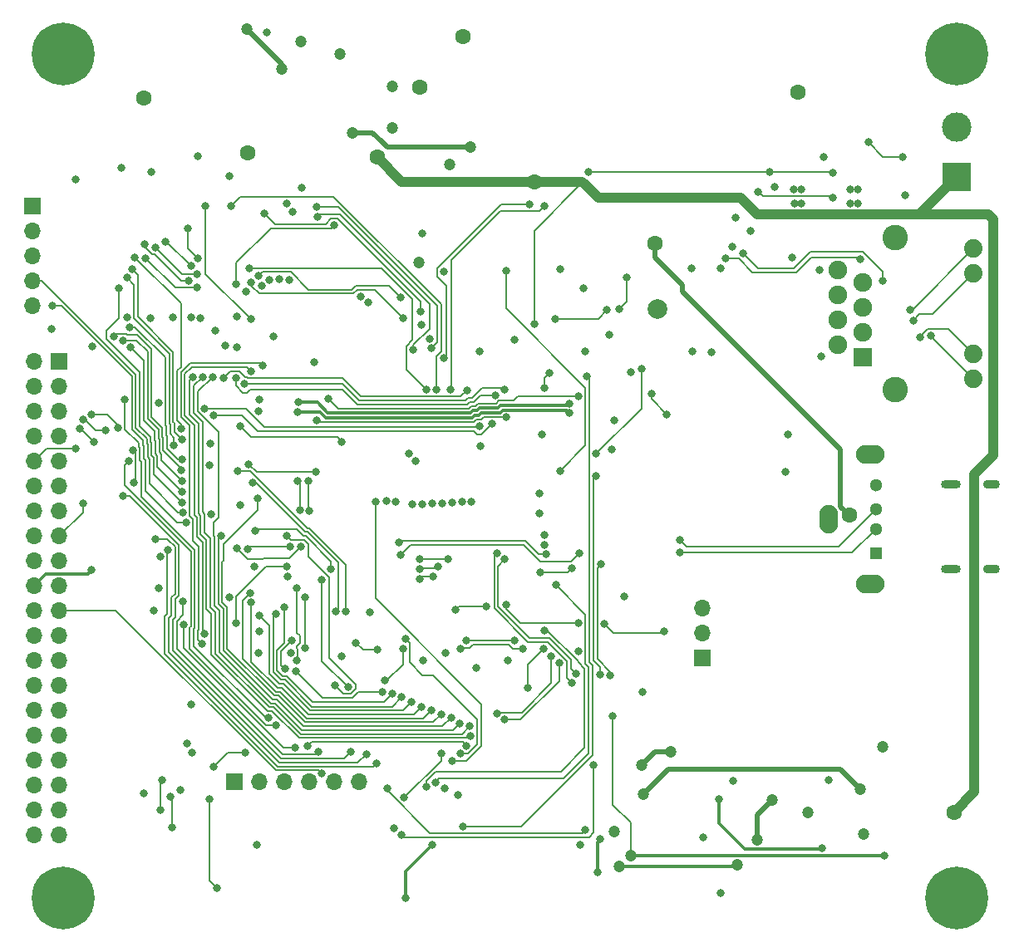
<source format=gbr>
%TF.GenerationSoftware,KiCad,Pcbnew,(5.99.0-9568-gb9d26a55f2)*%
%TF.CreationDate,2021-03-23T11:45:26+01:00*%
%TF.ProjectId,Controller,436f6e74-726f-46c6-9c65-722e6b696361,rev?*%
%TF.SameCoordinates,Original*%
%TF.FileFunction,Copper,L4,Bot*%
%TF.FilePolarity,Positive*%
%FSLAX46Y46*%
G04 Gerber Fmt 4.6, Leading zero omitted, Abs format (unit mm)*
G04 Created by KiCad (PCBNEW (5.99.0-9568-gb9d26a55f2)) date 2021-03-23 11:45:26*
%MOMM*%
%LPD*%
G01*
G04 APERTURE LIST*
%TA.AperFunction,ComponentPad*%
%ADD10C,6.400000*%
%TD*%
%TA.AperFunction,ComponentPad*%
%ADD11R,1.700000X1.700000*%
%TD*%
%TA.AperFunction,ComponentPad*%
%ADD12O,1.700000X1.700000*%
%TD*%
%TA.AperFunction,ComponentPad*%
%ADD13R,1.300000X1.300000*%
%TD*%
%TA.AperFunction,ComponentPad*%
%ADD14C,1.300000*%
%TD*%
%TA.AperFunction,ComponentPad*%
%ADD15O,2.900000X1.900000*%
%TD*%
%TA.AperFunction,ComponentPad*%
%ADD16O,1.900000X2.900000*%
%TD*%
%TA.AperFunction,ComponentPad*%
%ADD17C,2.600000*%
%TD*%
%TA.AperFunction,ComponentPad*%
%ADD18C,1.890000*%
%TD*%
%TA.AperFunction,ComponentPad*%
%ADD19R,1.900000X1.900000*%
%TD*%
%TA.AperFunction,ComponentPad*%
%ADD20C,1.900000*%
%TD*%
%TA.AperFunction,ComponentPad*%
%ADD21O,1.700000X0.900000*%
%TD*%
%TA.AperFunction,ComponentPad*%
%ADD22O,2.000000X0.900000*%
%TD*%
%TA.AperFunction,ComponentPad*%
%ADD23R,3.000000X3.000000*%
%TD*%
%TA.AperFunction,ComponentPad*%
%ADD24C,3.000000*%
%TD*%
%TA.AperFunction,ViaPad*%
%ADD25C,0.800000*%
%TD*%
%TA.AperFunction,ViaPad*%
%ADD26C,1.600000*%
%TD*%
%TA.AperFunction,ViaPad*%
%ADD27C,2.000000*%
%TD*%
%TA.AperFunction,ViaPad*%
%ADD28C,1.200000*%
%TD*%
%TA.AperFunction,Conductor*%
%ADD29C,0.200000*%
%TD*%
%TA.AperFunction,Conductor*%
%ADD30C,0.300000*%
%TD*%
%TA.AperFunction,Conductor*%
%ADD31C,1.000000*%
%TD*%
%TA.AperFunction,Conductor*%
%ADD32C,0.500000*%
%TD*%
G04 APERTURE END LIST*
D10*
%TO.P,REF\u002A\u002A,1*%
%TO.N,N/C*%
X71000000Y-34000000D03*
%TD*%
D11*
%TO.P,J4,1,Pin_1*%
%TO.N,GND*%
X67900000Y-49440000D03*
D12*
%TO.P,J4,2,Pin_2*%
%TO.N,Encoder_B*%
X67900000Y-51980000D03*
%TO.P,J4,3,Pin_3*%
%TO.N,+5V*%
X67900000Y-54520000D03*
%TO.P,J4,4,Pin_4*%
%TO.N,Encoder_A*%
X67900000Y-57060000D03*
%TO.P,J4,5,Pin_5*%
%TO.N,GND*%
X67900000Y-59600000D03*
%TD*%
D10*
%TO.P,REF\u002A\u002A,1*%
%TO.N,N/C*%
X162000000Y-34000000D03*
%TD*%
D13*
%TO.P,J5,1,VBUS*%
%TO.N,+5V*%
X153785000Y-84900000D03*
D14*
%TO.P,J5,2,D-*%
%TO.N,USB_OTG_D-*%
X153785000Y-82400000D03*
%TO.P,J5,3,D+*%
%TO.N,USB_OTG_D+*%
X153785000Y-80400000D03*
%TO.P,J5,4,GND*%
%TO.N,GND*%
X153785000Y-77900000D03*
D15*
%TO.P,J5,5,Shield*%
X153185000Y-87970000D03*
D16*
X149005000Y-81400000D03*
D15*
X153185000Y-74830000D03*
%TD*%
D10*
%TO.P,REF\u002A\u002A,1*%
%TO.N,N/C*%
X71000000Y-120000000D03*
%TD*%
D11*
%TO.P,J10,1,Pin_1*%
%TO.N,LCD_VDD*%
X136075000Y-95525000D03*
D12*
%TO.P,J10,2,Pin_2*%
%TO.N,Boot0*%
X136075000Y-92985000D03*
%TO.P,J10,3,Pin_3*%
%TO.N,GND*%
X136075000Y-90445000D03*
%TD*%
D17*
%TO.P,J7,13,SHIELD*%
%TO.N,GND*%
X155760011Y-68210028D03*
X155760011Y-52710028D03*
D18*
%TO.P,J7,L1,LEDY_A*%
%TO.N,Net-(J7-PadL1)*%
X163710011Y-53835028D03*
%TO.P,J7,L2,LEDY_K*%
%TO.N,Net-(J7-PadL2)*%
X163710011Y-56375028D03*
%TO.P,J7,L3,LEDG_K*%
%TO.N,Net-(J7-PadL3)*%
X163710011Y-64532528D03*
%TO.P,J7,L4,LEDG_A*%
%TO.N,Net-(J7-PadL4)*%
X163710011Y-67072528D03*
D19*
%TO.P,J7,R1,TD+*%
%TO.N,/TX+*%
X152450011Y-64910028D03*
D20*
%TO.P,J7,R2,TD-*%
%TO.N,/TX-*%
X149910011Y-63640028D03*
%TO.P,J7,R3,RD+*%
%TO.N,/RX+*%
X152450011Y-62370028D03*
%TO.P,J7,R4,TCT*%
%TO.N,LCD_VDD*%
X149910011Y-61100028D03*
%TO.P,J7,R5,RCT*%
X152450011Y-59830028D03*
%TO.P,J7,R6,RD-*%
%TO.N,/RX-*%
X149910011Y-58560028D03*
%TO.P,J7,R7,NC*%
%TO.N,N/C*%
X152450011Y-57290028D03*
%TO.P,J7,R8,GND*%
%TO.N,GND*%
X149910011Y-56020028D03*
%TD*%
D21*
%TO.P,J6,S1,SHIELD*%
%TO.N,GND*%
X165565000Y-77880000D03*
D22*
X161395000Y-86520000D03*
D21*
X165565000Y-86520000D03*
D22*
X161395000Y-77880000D03*
%TD*%
D10*
%TO.P,REF\u002A\u002A,1*%
%TO.N,N/C*%
X162000000Y-120000000D03*
%TD*%
D11*
%TO.P,J3,1,Pin_1*%
%TO.N,LCD_VDD*%
X88475000Y-108175000D03*
D12*
%TO.P,J3,2,Pin_2*%
%TO.N,SWD*%
X91015000Y-108175000D03*
%TO.P,J3,3,Pin_3*%
%TO.N,SWCLK*%
X93555000Y-108175000D03*
%TO.P,J3,4,Pin_4*%
%TO.N,GND*%
X96095000Y-108175000D03*
%TO.P,J3,5,Pin_5*%
%TO.N,UART_TX1*%
X98635000Y-108175000D03*
%TO.P,J3,6,Pin_6*%
%TO.N,UART_RX1*%
X101175000Y-108175000D03*
%TD*%
D23*
%TO.P,J1,1,Pin_1*%
%TO.N,Vin*%
X162000000Y-46540000D03*
D24*
%TO.P,J1,2,Pin_2*%
%TO.N,GND*%
X162000000Y-41460000D03*
%TD*%
D11*
%TO.P,J2,1,Pin_1*%
%TO.N,I2C2_SDA*%
X70600000Y-65300000D03*
D12*
%TO.P,J2,2,Pin_2*%
%TO.N,SPI1_MISO*%
X68060000Y-65300000D03*
%TO.P,J2,3,Pin_3*%
%TO.N,I2C2_SCL*%
X70600000Y-67840000D03*
%TO.P,J2,4,Pin_4*%
%TO.N,SPI1_MOSI*%
X68060000Y-67840000D03*
%TO.P,J2,5,Pin_5*%
%TO.N,ADDR_LED4*%
X70600000Y-70380000D03*
%TO.P,J2,6,Pin_6*%
%TO.N,SPI1_SCK*%
X68060000Y-70380000D03*
%TO.P,J2,7,Pin_7*%
%TO.N,ADDR_LED3*%
X70600000Y-72920000D03*
%TO.P,J2,8,Pin_8*%
%TO.N,SPI2_MISO*%
X68060000Y-72920000D03*
%TO.P,J2,9,Pin_9*%
%TO.N,ADDR_LED2*%
X70600000Y-75460000D03*
%TO.P,J2,10,Pin_10*%
%TO.N,SPI2_MOSI*%
X68060000Y-75460000D03*
%TO.P,J2,11,Pin_11*%
%TO.N,ADDR_LED1*%
X70600000Y-78000000D03*
%TO.P,J2,12,Pin_12*%
%TO.N,SPI2_SCK*%
X68060000Y-78000000D03*
%TO.P,J2,13,Pin_13*%
%TO.N,UART_TX1*%
X70600000Y-80540000D03*
%TO.P,J2,14,Pin_14*%
%TO.N,UART_TX2*%
X68060000Y-80540000D03*
%TO.P,J2,15,Pin_15*%
%TO.N,UART_RX1*%
X70600000Y-83080000D03*
%TO.P,J2,16,Pin_16*%
%TO.N,UART_RX2*%
X68060000Y-83080000D03*
%TO.P,J2,17,Pin_17*%
%TO.N,I2C4_SCL*%
X70600000Y-85620000D03*
%TO.P,J2,18,Pin_18*%
%TO.N,I2C4_SDA*%
X68060000Y-85620000D03*
%TO.P,J2,19,Pin_19*%
%TO.N,GND*%
X70600000Y-88160000D03*
%TO.P,J2,20,Pin_20*%
%TO.N,LCD_VDD*%
X68060000Y-88160000D03*
%TO.P,J2,21,Pin_21*%
%TO.N,Galv_Interrupt*%
X70600000Y-90700000D03*
%TO.P,J2,22,Pin_22*%
%TO.N,Galv_Enable*%
X68060000Y-90700000D03*
%TO.P,J2,23,Pin_23*%
%TO.N,N/C*%
X70600000Y-93240000D03*
%TO.P,J2,24,Pin_24*%
X68060000Y-93240000D03*
%TO.P,J2,25,Pin_25*%
%TO.N,Virt-Bus2*%
X70600000Y-95780000D03*
%TO.P,J2,26,Pin_26*%
X68060000Y-95780000D03*
%TO.P,J2,27,Pin_27*%
X70600000Y-98320000D03*
%TO.P,J2,28,Pin_28*%
X68060000Y-98320000D03*
%TO.P,J2,29,Pin_29*%
X70600000Y-100860000D03*
%TO.P,J2,30,Pin_30*%
X68060000Y-100860000D03*
%TO.P,J2,31,Pin_31*%
X70600000Y-103400000D03*
%TO.P,J2,32,Pin_32*%
X68060000Y-103400000D03*
%TO.P,J2,33,Pin_33*%
%TO.N,Virt-Bus1*%
X70600000Y-105940000D03*
%TO.P,J2,34,Pin_34*%
X68060000Y-105940000D03*
%TO.P,J2,35,Pin_35*%
X70600000Y-108480000D03*
%TO.P,J2,36,Pin_36*%
X68060000Y-108480000D03*
%TO.P,J2,37,Pin_37*%
X70600000Y-111020000D03*
%TO.P,J2,38,Pin_38*%
X68060000Y-111020000D03*
%TO.P,J2,39,Pin_39*%
X70600000Y-113560000D03*
%TO.P,J2,40,Pin_40*%
X68060000Y-113560000D03*
%TD*%
D25*
%TO.N,GND*%
X156800000Y-48400000D03*
X139115046Y-53640029D03*
X73976232Y-63823768D03*
X126600000Y-62600000D03*
X148500000Y-44500000D03*
X90432258Y-86200022D03*
X146200000Y-49200011D03*
D26*
X111750000Y-32250000D03*
D25*
X95300000Y-47600000D03*
D27*
X131500000Y-60000000D03*
D28*
X104525000Y-37275000D03*
D25*
X139505011Y-50640028D03*
X137000000Y-64400000D03*
X117000000Y-63100000D03*
X79200000Y-109300000D03*
X138000000Y-119500000D03*
X83605142Y-104300010D03*
D28*
X127100000Y-113200000D03*
D25*
X104700000Y-112900000D03*
X77500000Y-60800000D03*
D28*
X95250000Y-32750000D03*
D25*
X102100000Y-59300000D03*
D28*
X154500000Y-104600000D03*
D25*
X136200000Y-113800000D03*
X145400000Y-47799989D03*
X82199990Y-60805018D03*
X87500000Y-63700000D03*
X86000031Y-73679925D03*
X109799990Y-56206821D03*
X138005011Y-55840028D03*
X146200000Y-47800000D03*
X151200000Y-47800000D03*
X116300000Y-95800000D03*
X139200000Y-108100000D03*
X109900000Y-108800000D03*
X108312590Y-63000000D03*
X80253389Y-90700010D03*
X94200000Y-95000000D03*
D28*
X107200000Y-55200000D03*
D25*
X151200000Y-49200000D03*
X90900000Y-95000000D03*
X144600000Y-76600000D03*
X87900000Y-46400000D03*
X89000000Y-80000000D03*
D28*
X104500000Y-41500000D03*
D26*
X145866109Y-37866109D03*
D25*
X128137500Y-89237500D03*
X149000000Y-108000000D03*
X72300000Y-46800000D03*
X144800000Y-72800000D03*
X99400011Y-95330764D03*
X151900000Y-49200000D03*
X119505358Y-80800000D03*
X120000000Y-84000000D03*
D28*
X152500000Y-113500000D03*
D25*
X111179883Y-109528112D03*
D26*
X89800000Y-44100000D03*
D25*
X92387948Y-62794687D03*
X126900000Y-74300000D03*
X91000000Y-69200000D03*
X151900000Y-47800000D03*
X93900000Y-87200000D03*
X91750000Y-31750000D03*
X145211073Y-54700972D03*
X107631598Y-95793722D03*
X143500000Y-47500000D03*
X130000000Y-99000000D03*
D28*
X110406411Y-45239990D03*
X146900000Y-111300000D03*
D25*
X119800000Y-72800000D03*
X80000000Y-46000000D03*
X82900000Y-109000000D03*
X145500000Y-49200000D03*
X124000000Y-57900000D03*
X141000000Y-52000000D03*
%TO.N,LCD_VDD*%
X123700000Y-114600000D03*
X84000021Y-60800000D03*
X120000000Y-83000000D03*
X86100030Y-80892075D03*
X80746924Y-88404709D03*
X84100000Y-105200000D03*
X69800000Y-62000000D03*
X128800000Y-66400000D03*
X80900000Y-85200000D03*
X73900000Y-86600000D03*
X80699938Y-69507135D03*
X121600000Y-55900000D03*
X127669662Y-59969662D03*
X113100000Y-96592708D03*
X123500000Y-94900000D03*
X148005011Y-56040028D03*
X90705000Y-114605000D03*
X113400000Y-64300000D03*
X135100000Y-64300000D03*
X119500000Y-78800000D03*
X90900000Y-70400000D03*
X85910989Y-75873041D03*
X79901449Y-60899990D03*
X96600000Y-65400000D03*
X88654874Y-63899960D03*
X84075022Y-100275032D03*
X76900000Y-45600000D03*
X84700000Y-44400000D03*
X101300000Y-58700000D03*
X109925006Y-94997442D03*
X91000000Y-92800000D03*
X128400000Y-56800000D03*
D26*
X79250000Y-38500000D03*
D25*
X102200000Y-90900000D03*
X127100000Y-71300000D03*
X124200000Y-64300000D03*
X87900094Y-89369727D03*
X107600000Y-52300000D03*
X135000000Y-55800000D03*
D28*
X99200000Y-34000000D03*
D25*
X148205011Y-64840028D03*
X107500000Y-61600000D03*
%TO.N,USER_BTN*%
X94600000Y-104700000D03*
X83260680Y-92147468D03*
D26*
%TO.N,Vin*%
X161749979Y-111257557D03*
D25*
X119000000Y-61500000D03*
D26*
X119000000Y-47000000D03*
X103000000Y-44500000D03*
D25*
%TO.N,Backlight*%
X85900000Y-109900000D03*
X86350000Y-106650000D03*
X94300000Y-93800000D03*
X86700000Y-119000000D03*
X89575020Y-105200000D03*
X93606382Y-96665212D03*
%TO.N,18V*%
X154671680Y-115728320D03*
X127000000Y-101500000D03*
D28*
X128798161Y-115728320D03*
D26*
%TO.N,+5V*%
X107300000Y-37375002D03*
X131300000Y-53300000D03*
X151100000Y-81000000D03*
D28*
%TO.N,Backlight Cathode*%
X129900000Y-106500000D03*
X132900000Y-105100000D03*
%TO.N,Backlight Anode*%
X152200000Y-108900000D03*
X130100000Y-109400000D03*
%TO.N,-6V*%
X143200000Y-110000000D03*
X141700000Y-114049990D03*
X139675572Y-116649979D03*
X127600000Y-116750010D03*
D25*
%TO.N,RESET*%
X130915721Y-68599990D03*
X132500000Y-70700000D03*
%TO.N,Galv_Interrupt*%
X97300000Y-107300032D03*
%TO.N,Galv_Enable*%
X97000000Y-105100002D03*
X83199959Y-89795917D03*
%TO.N,SPI2_SCK*%
X77100000Y-79000000D03*
X100300000Y-105100000D03*
%TO.N,SPI1_SCK*%
X113446984Y-71944186D03*
X85400043Y-70100000D03*
X75300000Y-72300000D03*
X73000000Y-71200000D03*
%TO.N,SPI2_MOSI*%
X72300000Y-74200000D03*
%TO.N,SPI1_MOSI*%
X107300000Y-86500000D03*
X109200000Y-86200000D03*
X94800000Y-95800000D03*
X91926670Y-101671006D03*
X94800000Y-88400000D03*
X77299875Y-69223890D03*
%TO.N,SPI1_MISO*%
X87320917Y-66974959D03*
X112115752Y-68246216D03*
%TO.N,ADDR_LED1*%
X78200000Y-77700000D03*
X116127339Y-71027339D03*
X96700000Y-76600000D03*
X89900000Y-75800000D03*
X78088839Y-74355038D03*
X96862707Y-71299990D03*
%TO.N,USB_OTG_D-*%
X133800000Y-84800000D03*
%TO.N,ADDR_LED2*%
X95599990Y-94530764D03*
X108700011Y-87200000D03*
X77699903Y-75455084D03*
X95600000Y-89400000D03*
X92700000Y-102399968D03*
X107300000Y-87500000D03*
%TO.N,USB_OTG_D+*%
X133800000Y-83500000D03*
%TO.N,ADDR_LED3*%
X74100000Y-73500000D03*
X72700000Y-72200000D03*
X99400000Y-73500000D03*
X89000000Y-71900000D03*
%TO.N,I2C3_SCL*%
X80900000Y-111000000D03*
X85400000Y-93100000D03*
X90103557Y-66296443D03*
X81100000Y-108000000D03*
%TO.N,ADDR_LED4*%
X86300000Y-70800000D03*
X76599865Y-72100000D03*
X73900000Y-70700000D03*
X114681070Y-71700064D03*
%TO.N,I2C3_SDA*%
X91300000Y-65725043D03*
X85100000Y-94100000D03*
%TO.N,I2C2_SCL*%
X89418672Y-67628708D03*
X116000000Y-68200000D03*
%TO.N,I2C2_SDA*%
X88600000Y-67000000D03*
X114990070Y-68741871D03*
%TO.N,I2C4_SCL*%
X94100000Y-84200000D03*
X95100000Y-80500000D03*
X89754141Y-84445859D03*
X94900000Y-77500000D03*
%TO.N,I2C4_SDA*%
X96099334Y-80569236D03*
X88700000Y-84400032D03*
X95200000Y-84200000D03*
X96000000Y-77500000D03*
%TO.N,UART_RX2*%
X80400000Y-83400000D03*
X101872168Y-105327832D03*
%TO.N,UART_RX1*%
X110200000Y-85500000D03*
X73000000Y-79800000D03*
X97373428Y-87599394D03*
X98300000Y-86500000D03*
X107300000Y-85500000D03*
X90527854Y-82572189D03*
X100006479Y-98499968D03*
%TO.N,UART_TX2*%
X81700000Y-84500000D03*
X102900000Y-106300000D03*
X102983156Y-94726898D03*
X100787252Y-93983435D03*
%TO.N,UART_TX1*%
X98700032Y-98369236D03*
X93800000Y-83100000D03*
%TO.N,SWD*%
X88600000Y-92000000D03*
X93800000Y-86200000D03*
%TO.N,Encoder_A*%
X83199980Y-80713613D03*
%TO.N,Encoder_B*%
X69900000Y-59600000D03*
X83499979Y-81700000D03*
%TO.N,Net-(J7-PadL3)*%
X158305011Y-62840028D03*
%TO.N,Net-(J7-PadL2)*%
X157605011Y-61140028D03*
%TO.N,LCD_CT_RESET*%
X82100000Y-112800000D03*
X81900000Y-109700000D03*
%TO.N,LCD_DITHB*%
X126700000Y-97300000D03*
X125800000Y-86000000D03*
X125049990Y-106483909D03*
X119604543Y-86786493D03*
X105500000Y-113600000D03*
X122800000Y-86400000D03*
%TO.N,2.9V*%
X125400000Y-117400000D03*
X125700000Y-114000000D03*
X109500000Y-105250000D03*
X105750000Y-109750000D03*
%TO.N,9.6V*%
X108600000Y-114600000D03*
X148300000Y-114900000D03*
X105900000Y-120000000D03*
X137800000Y-109900000D03*
%TO.N,LCD_SHLR*%
X108900000Y-108200000D03*
X121200000Y-88100000D03*
%TO.N,LCD_PCLK*%
X110600000Y-106000000D03*
X102800000Y-79600000D03*
%TO.N,LCD_R0*%
X105900000Y-93600000D03*
X111500000Y-105300000D03*
%TO.N,LCD_R1*%
X124300000Y-66849990D03*
X111700000Y-112700000D03*
%TO.N,LCD_R2*%
X112072168Y-104472168D03*
X95900000Y-104500000D03*
%TO.N,LCD_R3*%
X112500000Y-103500000D03*
X84200010Y-66895386D03*
%TO.N,LCD_R4*%
X85200000Y-66900000D03*
X112400000Y-102500000D03*
%TO.N,LCD_R5*%
X86200000Y-66900000D03*
X111400000Y-102200000D03*
%TO.N,LCD_R6*%
X110500000Y-101600000D03*
X87085267Y-83059870D03*
%TO.N,LCD_R7*%
X90800000Y-79300000D03*
X109500000Y-101300000D03*
%TO.N,LCD_G0*%
X115200000Y-101200000D03*
X120700000Y-95400000D03*
%TO.N,LCD_G1*%
X116000000Y-101800000D03*
X121522170Y-96079539D03*
%TO.N,LCD_G2*%
X90063894Y-88900000D03*
X108500000Y-100900000D03*
%TO.N,LCD_G3*%
X107500000Y-100500000D03*
X90174953Y-89901597D03*
%TO.N,LCD_G4*%
X91000000Y-91200000D03*
X106500000Y-100000000D03*
%TO.N,LCD_G5*%
X92660682Y-91039318D03*
X105500000Y-99500000D03*
%TO.N,LCD_G6*%
X104500000Y-99200000D03*
X93500000Y-90400000D03*
%TO.N,LCD_G7*%
X103500000Y-99000000D03*
X94699950Y-96900000D03*
%TO.N,LCD_B0*%
X119900000Y-94600000D03*
X118310973Y-98621009D03*
%TO.N,LCD_B1*%
X103760423Y-97842263D03*
X105600000Y-94600000D03*
%TO.N,LCD_B6*%
X117800000Y-94600000D03*
X111500000Y-94600000D03*
%TO.N,LCD_B7*%
X117000000Y-93800000D03*
X112100000Y-93800000D03*
%TO.N,LCD_HSYNC*%
X122800000Y-98100000D03*
X115200000Y-84900000D03*
%TO.N,LCD_VSYNC*%
X116000000Y-85500000D03*
X123273892Y-97186946D03*
%TO.N,LDC_MODE*%
X104000000Y-108800000D03*
X124200000Y-113100000D03*
%TO.N,LCD_DEN*%
X125300010Y-76999979D03*
X125700000Y-97200000D03*
D28*
%TO.N,VLCD*%
X100500000Y-42000000D03*
X112500000Y-43500000D03*
D25*
%TO.N,Net-(R8-Pad1)*%
X120200968Y-84992911D03*
X105200000Y-83800000D03*
%TO.N,Net-(R9-Pad1)*%
X105400000Y-85000000D03*
X123599990Y-84867596D03*
%TO.N,25Mhz*%
X116125000Y-56075000D03*
X121600000Y-76500000D03*
%TO.N,RMII_TXD+*%
X94907340Y-70499990D03*
X122600000Y-70601600D03*
%TO.N,RMII_TXD-*%
X122600000Y-69598400D03*
X95000000Y-69500000D03*
%TO.N,RMII_RXER*%
X126400000Y-60100000D03*
X121100000Y-61000000D03*
%TO.N,Net-(R43-Pad2)*%
X153000000Y-43000000D03*
X156500000Y-44500000D03*
%TO.N,RMII_TXEN*%
X98049990Y-69086060D03*
X123500000Y-68900000D03*
%TO.N,RMII_MDC*%
X125300010Y-74699979D03*
X129900000Y-66100000D03*
%TO.N,Net-(J7-PadL1)*%
X152205011Y-54940028D03*
X138505011Y-54840028D03*
X157302210Y-60042830D03*
%TO.N,Net-(J7-PadL4)*%
X159400000Y-62700000D03*
X154500000Y-57100000D03*
X140237287Y-54289436D03*
%TO.N,LCD_UPDN*%
X108000000Y-108700000D03*
X119999979Y-92752878D03*
%TO.N,SDRAM_A0*%
X91200000Y-57600000D03*
X107600000Y-79900000D03*
%TO.N,SDRAM_A1*%
X92000000Y-57000000D03*
X108600000Y-79800000D03*
%TO.N,SDRAM_A2*%
X93000000Y-56900063D03*
X109600000Y-79800000D03*
%TO.N,SDRAM_A3*%
X110600000Y-79700000D03*
X93997831Y-57002089D03*
%TO.N,SDRAM_A4*%
X111600000Y-79600000D03*
X93757628Y-49245421D03*
%TO.N,SDRAM_A5*%
X94382411Y-50070457D03*
X112600000Y-79600000D03*
%TO.N,SDRAM_SDNWE*%
X90000000Y-55800000D03*
X108000000Y-68199913D03*
%TO.N,SDRAM_SDNE0*%
X113485993Y-73950010D03*
X98627119Y-51463185D03*
X88644982Y-57455018D03*
%TO.N,SDRAM_SDCKE0*%
X88100000Y-49500000D03*
X109000000Y-68175010D03*
%TO.N,SDRAM_SDNRAS*%
X90900000Y-56600000D03*
X105373623Y-58763587D03*
%TO.N,SDRAM_A6*%
X108486544Y-64000000D03*
X96800000Y-49600000D03*
%TO.N,SDRAM_A7*%
X106650042Y-64095795D03*
X96900000Y-50600000D03*
%TO.N,SDRAM_A8*%
X107400000Y-60200000D03*
X91499598Y-50200010D03*
%TO.N,SDRAM_A10*%
X90130256Y-57300010D03*
X105655018Y-60944982D03*
%TO.N,SDRAM_D8*%
X83721413Y-51799884D03*
X84722168Y-54822168D03*
%TO.N,SDRAM_D9*%
X84000000Y-55600000D03*
X81400000Y-53100000D03*
%TO.N,SDRAM_D10*%
X84600000Y-56400000D03*
X80400000Y-53700000D03*
%TO.N,SDRAM_D11*%
X83800000Y-57100000D03*
X79300000Y-53400000D03*
%TO.N,SDRAM_D12*%
X84600000Y-57800000D03*
X79400000Y-54800000D03*
%TO.N,SDRAM_D13*%
X83034123Y-72196491D03*
X78300000Y-54700000D03*
%TO.N,SDRAM_D14*%
X83100000Y-73300000D03*
X78000000Y-55900000D03*
%TO.N,SDRAM_D15*%
X82300000Y-73900000D03*
X77500000Y-56800000D03*
%TO.N,SDRAM_D0*%
X83016884Y-76381399D03*
X76144982Y-62755018D03*
%TO.N,SDRAM_D1*%
X83100000Y-77500000D03*
X77100000Y-63200000D03*
%TO.N,SDRAM_BA0*%
X106200010Y-74740609D03*
X88673086Y-60736950D03*
%TO.N,SDRAM_BA1*%
X106900000Y-75500000D03*
X89600000Y-58200000D03*
%TO.N,SDRAM_SDCLK*%
X83100000Y-79700000D03*
X76700000Y-57900000D03*
%TO.N,SDRAM_D2*%
X98800000Y-90800000D03*
X90269597Y-77695563D03*
X77900000Y-63899980D03*
X83100000Y-78600000D03*
%TO.N,SDRAM_D3*%
X99800000Y-90800000D03*
X77800000Y-61800000D03*
X88800000Y-76500000D03*
X83100000Y-75300000D03*
%TO.N,SDRAM_SDNCAS*%
X86500000Y-62200000D03*
X103900000Y-79500000D03*
%TO.N,Boot0*%
X114100000Y-90300000D03*
X116148171Y-90142507D03*
X126100032Y-92025010D03*
X132250041Y-92857069D03*
X110950010Y-90639385D03*
X123500000Y-92000000D03*
%TO.N,SDRAM_NBL0*%
X85000000Y-60900000D03*
X104900000Y-79600000D03*
%TO.N,SDRAM_NBL1*%
X106600000Y-79900000D03*
X90100000Y-61000000D03*
X85500000Y-49500000D03*
D28*
%TO.N,Net-(C56-Pad2)*%
X93250000Y-35500000D03*
X89750000Y-31474998D03*
D25*
%TO.N,Vinsense*%
X120000000Y-68000000D03*
X120500000Y-66500000D03*
%TO.N,Power2*%
X143000000Y-46000000D03*
X149384026Y-46126010D03*
X110472637Y-68157385D03*
X120000000Y-49500000D03*
X124500000Y-46000000D03*
%TO.N,Power3*%
X149400000Y-48600000D03*
X118500000Y-49299990D03*
X141800000Y-48000000D03*
X109799990Y-65000000D03*
%TD*%
D29*
%TO.N,GND*%
X94200000Y-95000000D02*
X94499981Y-95000000D01*
D30*
%TO.N,LCD_VDD*%
X69260011Y-86959989D02*
X73540011Y-86959989D01*
X68060000Y-88160000D02*
X69260011Y-86959989D01*
D29*
X128400000Y-59239324D02*
X127669662Y-59969662D01*
D30*
X123700000Y-114500000D02*
X123700000Y-114600000D01*
X73540011Y-86959989D02*
X73900000Y-86600000D01*
D29*
X128400000Y-56800000D02*
X128400000Y-59239324D01*
%TO.N,USER_BTN*%
X94600000Y-104700000D02*
X93399996Y-104700000D01*
X93399996Y-104700000D02*
X83260680Y-94560684D01*
X83260680Y-94560684D02*
X83260680Y-92147468D01*
D31*
%TO.N,Vin*%
X165700000Y-74900000D02*
X163800000Y-76800000D01*
X105500000Y-47000000D02*
X119000000Y-47000000D01*
D29*
X123685999Y-47314001D02*
X124185999Y-47314001D01*
D31*
X141690227Y-50300012D02*
X140009706Y-48619491D01*
X158239988Y-50300012D02*
X141690227Y-50300012D01*
X123871998Y-47000000D02*
X124185999Y-47314001D01*
X165700000Y-50800000D02*
X165700000Y-74900000D01*
D29*
X119000000Y-52000000D02*
X123685999Y-47314001D01*
D31*
X162000000Y-46540000D02*
X158239988Y-50300012D01*
X163800000Y-76800000D02*
X163800000Y-109207536D01*
X165200012Y-50300012D02*
X165700000Y-50800000D01*
X119000000Y-47000000D02*
X123871998Y-47000000D01*
X158239988Y-50300012D02*
X165200012Y-50300012D01*
D29*
X119000000Y-61500000D02*
X119000000Y-52000000D01*
D31*
X163800000Y-109207536D02*
X161749979Y-111257557D01*
X124185999Y-47314001D02*
X125491489Y-48619491D01*
X103000000Y-44500000D02*
X105500000Y-47000000D01*
X125491489Y-48619491D02*
X140009706Y-48619491D01*
D29*
%TO.N,Backlight*%
X85900000Y-109900000D02*
X85900000Y-118200000D01*
X94300000Y-93800000D02*
X93200000Y-94900000D01*
X86350000Y-106650000D02*
X87800000Y-105200000D01*
X93200000Y-96258830D02*
X93606382Y-96665212D01*
X87800000Y-105200000D02*
X89575020Y-105200000D01*
X85900000Y-118200000D02*
X86700000Y-119000000D01*
X93200000Y-94900000D02*
X93200000Y-96258830D01*
D30*
%TO.N,18V*%
X140392856Y-115699978D02*
X140421198Y-115728320D01*
X128826503Y-115699978D02*
X140392856Y-115699978D01*
D29*
X128798161Y-112298161D02*
X128798161Y-115728320D01*
D30*
X140421198Y-115728320D02*
X154671680Y-115728320D01*
D29*
X127000000Y-101500000D02*
X127000000Y-110500000D01*
X127000000Y-110500000D02*
X128798161Y-112298161D01*
D30*
X128798161Y-115728320D02*
X128826503Y-115699978D01*
D32*
%TO.N,+5V*%
X150200000Y-80100000D02*
X151100000Y-81000000D01*
X131300000Y-54700000D02*
X134100000Y-57500000D01*
X150200000Y-74324927D02*
X150200000Y-80100000D01*
X134100000Y-58224927D02*
X150200000Y-74324927D01*
X131300000Y-53300000D02*
X131300000Y-54700000D01*
X134100000Y-57500000D02*
X134100000Y-58224927D01*
%TO.N,Backlight Cathode*%
X131300000Y-105100000D02*
X129900000Y-106500000D01*
X132900000Y-105100000D02*
X131300000Y-105100000D01*
%TO.N,Backlight Anode*%
X150200000Y-106900000D02*
X152200000Y-108900000D01*
X130100000Y-109400000D02*
X132600000Y-106900000D01*
X132600000Y-106900000D02*
X150200000Y-106900000D01*
D30*
%TO.N,-6V*%
X127600000Y-116750010D02*
X139575541Y-116750010D01*
D32*
X141700000Y-111500000D02*
X141700000Y-114049990D01*
D30*
X139575541Y-116750010D02*
X139675572Y-116649979D01*
D32*
X143200000Y-110000000D02*
X141700000Y-111500000D01*
D29*
%TO.N,RESET*%
X132500000Y-70700000D02*
X130915721Y-69115721D01*
X130915721Y-69115721D02*
X130915721Y-68599990D01*
%TO.N,Galv_Interrupt*%
X70600000Y-90700000D02*
X76371500Y-90700000D01*
X76371500Y-90700000D02*
X92671535Y-107000035D01*
X97000003Y-107000035D02*
X97300000Y-107300032D01*
X92671535Y-107000035D02*
X97000003Y-107000035D01*
%TO.N,Galv_Enable*%
X83199959Y-91172187D02*
X83199959Y-89795917D01*
X93334301Y-105400001D02*
X82560679Y-94626379D01*
X96700001Y-105400001D02*
X93334301Y-105400001D01*
X82560679Y-91811467D02*
X83199959Y-91172187D01*
X97000000Y-105100002D02*
X96700001Y-105400001D01*
X82560679Y-94626379D02*
X82560679Y-91811467D01*
%TO.N,SPI2_SCK*%
X82802430Y-84036730D02*
X82802430Y-89157444D01*
X82802430Y-89157444D02*
X82405682Y-89554192D01*
X77100000Y-79000000D02*
X77765700Y-79000000D01*
X82405681Y-91400765D02*
X82160668Y-91645778D01*
X82160668Y-94792068D02*
X93168603Y-105800003D01*
X99599997Y-105800003D02*
X100300000Y-105100000D01*
X93168603Y-105800003D02*
X99599997Y-105800003D01*
X82405682Y-89554192D02*
X82405681Y-91400765D01*
X82160668Y-91645778D02*
X82160668Y-94792068D01*
X77765700Y-79000000D02*
X82802430Y-84036730D01*
%TO.N,SPI1_SCK*%
X113446984Y-71944186D02*
X113391170Y-72000000D01*
X73200000Y-71200000D02*
X74300000Y-72300000D01*
X91500000Y-72000000D02*
X89600000Y-70100000D01*
X113391170Y-72000000D02*
X91500000Y-72000000D01*
X89600000Y-70100000D02*
X85400043Y-70100000D01*
X73200000Y-71200000D02*
X73000000Y-71200000D01*
X75300000Y-72300000D02*
X74300000Y-72300000D01*
%TO.N,SPI2_MOSI*%
X69320000Y-74200000D02*
X68060000Y-75460000D01*
X72300000Y-74200000D02*
X69320000Y-74200000D01*
%TO.N,SPI1_MOSI*%
X77299875Y-72218332D02*
X77299875Y-69223890D01*
X78995627Y-79098527D02*
X78995627Y-75591529D01*
X78799923Y-74127224D02*
X78715206Y-74042507D01*
X84399978Y-92498320D02*
X84399978Y-84502878D01*
X107400000Y-86400000D02*
X107300000Y-86500000D01*
X94800000Y-92963998D02*
X95100001Y-93263999D01*
X78995627Y-75591529D02*
X78799924Y-75395826D01*
X109000000Y-86400000D02*
X107400000Y-86400000D01*
X84299989Y-92598309D02*
X84399978Y-92498320D01*
X78799924Y-75395826D02*
X78799923Y-74127224D01*
X78715206Y-74042507D02*
X78715206Y-73633663D01*
X94800000Y-94563998D02*
X94900001Y-94663999D01*
X95100001Y-94036001D02*
X94800000Y-94336002D01*
X91926670Y-101671006D02*
X91635004Y-101671006D01*
X95100001Y-93263999D02*
X95100001Y-94036001D01*
X94800000Y-88400000D02*
X94800000Y-92963998D01*
X94800000Y-94336002D02*
X94800000Y-94563998D01*
X84299989Y-94335991D02*
X84299989Y-92598309D01*
X78715206Y-73633663D02*
X77299875Y-72218332D01*
X94900001Y-95699999D02*
X94800000Y-95800000D01*
X91635004Y-101671006D02*
X84299989Y-94335991D01*
X109200000Y-86200000D02*
X109000000Y-86400000D01*
X84399978Y-84502878D02*
X78995627Y-79098527D01*
X94900001Y-94663999D02*
X94900001Y-95699999D01*
%TO.N,SPI1_MISO*%
X88936001Y-66299999D02*
X87995877Y-66299999D01*
X89564709Y-66928707D02*
X88936001Y-66299999D01*
X99413047Y-66999999D02*
X89825965Y-66999999D01*
X89754673Y-66928707D02*
X89564709Y-66928707D01*
X89825965Y-66999999D02*
X89754673Y-66928707D01*
X87995877Y-66299999D02*
X87320917Y-66974959D01*
X111462045Y-68899923D02*
X101312971Y-68899923D01*
X112115752Y-68246216D02*
X111462045Y-68899923D01*
X101312971Y-68899923D02*
X99413047Y-66999999D01*
%TO.N,ADDR_LED1*%
X78200000Y-77700000D02*
X78399912Y-77500088D01*
X96700000Y-76600000D02*
X90700000Y-76600000D01*
X112855178Y-71499990D02*
X97062707Y-71499990D01*
X113799946Y-71000054D02*
X113555815Y-71244185D01*
X78399912Y-77500088D02*
X78399912Y-74666111D01*
X116127339Y-71027339D02*
X116100054Y-71000054D01*
X97062707Y-71499990D02*
X96862707Y-71299990D01*
X116100054Y-71000054D02*
X113799946Y-71000054D01*
X90700000Y-76600000D02*
X89900000Y-75800000D01*
X113110983Y-71244185D02*
X112855178Y-71499990D01*
X78399912Y-74666111D02*
X78088839Y-74355038D01*
X113555815Y-71244185D02*
X113110983Y-71244185D01*
%TO.N,USB_OTG_D-*%
X151385000Y-84800000D02*
X153785000Y-82400000D01*
X133800000Y-84800000D02*
X151385000Y-84800000D01*
%TO.N,ADDR_LED2*%
X83899979Y-94634279D02*
X83899979Y-92432619D01*
X77300000Y-75854987D02*
X77699903Y-75455084D01*
X91665668Y-102399968D02*
X83899979Y-94634279D01*
X77300000Y-77968600D02*
X77300000Y-75854987D01*
X92700000Y-102399968D02*
X91665668Y-102399968D01*
X83999967Y-84668567D02*
X77300000Y-77968600D01*
X108700011Y-87200000D02*
X107600000Y-87200000D01*
X107600000Y-87200000D02*
X107300000Y-87500000D01*
X83899979Y-92432619D02*
X83999967Y-92332631D01*
X95600000Y-94530754D02*
X95599990Y-94530764D01*
X95600000Y-89400000D02*
X95600000Y-94530754D01*
X83999967Y-92332631D02*
X83999967Y-84668567D01*
%TO.N,USB_OTG_D+*%
X134600000Y-84200000D02*
X134500000Y-84200000D01*
X134600000Y-84200000D02*
X149985000Y-84200000D01*
X134500000Y-84200000D02*
X133800000Y-83500000D01*
X153785000Y-80400000D02*
X149985000Y-84200000D01*
%TO.N,ADDR_LED3*%
X72800000Y-72200000D02*
X72700000Y-72200000D01*
X89000000Y-71900000D02*
X90100000Y-73000000D01*
X90100000Y-73000000D02*
X98900000Y-73000000D01*
X98900000Y-73000000D02*
X99400000Y-73500000D01*
X74100000Y-73500000D02*
X72800000Y-72200000D01*
%TO.N,I2C3_SCL*%
X84400000Y-71798298D02*
X83400001Y-70798299D01*
X84100011Y-65899989D02*
X89707103Y-65899989D01*
X80900000Y-108200000D02*
X81100000Y-108000000D01*
X85200000Y-83800000D02*
X84600000Y-83200000D01*
X85200000Y-92900000D02*
X85200000Y-83800000D01*
X84600000Y-83200000D02*
X84600000Y-81200000D01*
X83400001Y-70798299D02*
X83400001Y-66599999D01*
X83400001Y-66599999D02*
X84100011Y-65899989D01*
X84400000Y-81000000D02*
X84400000Y-71798298D01*
X80900000Y-111000000D02*
X80900000Y-108200000D01*
X85400000Y-93100000D02*
X85200000Y-92900000D01*
X84600000Y-81200000D02*
X84400000Y-81000000D01*
X89707103Y-65899989D02*
X90103557Y-66296443D01*
%TO.N,ADDR_LED4*%
X113200000Y-72800000D02*
X113581134Y-72800000D01*
X76599865Y-71799865D02*
X76599865Y-72100000D01*
X90800000Y-72400000D02*
X112800000Y-72400000D01*
X89200000Y-70800000D02*
X90800000Y-72400000D01*
X113581134Y-72800000D02*
X114681070Y-71700064D01*
X86300000Y-70800000D02*
X89200000Y-70800000D01*
X75500000Y-70700000D02*
X76599865Y-71799865D01*
X112800000Y-72400000D02*
X113200000Y-72800000D01*
X73900000Y-70700000D02*
X75500000Y-70700000D01*
%TO.N,I2C3_SDA*%
X84699999Y-92763999D02*
X84799989Y-92664009D01*
X82999991Y-66434309D02*
X83934321Y-65499979D01*
X84699999Y-93699999D02*
X84699999Y-92763999D01*
X83899990Y-81065690D02*
X83899990Y-71863988D01*
X84799989Y-92664009D02*
X84799989Y-84165689D01*
X83899990Y-71863988D02*
X82999990Y-70963988D01*
X91074936Y-65499979D02*
X91300000Y-65725043D01*
X82999990Y-70963988D02*
X82999991Y-66434309D01*
X84199989Y-83565689D02*
X84199989Y-81365689D01*
X85100000Y-94100000D02*
X84699999Y-93699999D01*
X83934321Y-65499979D02*
X91074936Y-65499979D01*
X84199989Y-81365689D02*
X83899990Y-81065690D01*
X84799989Y-84165689D02*
X84199989Y-83565689D01*
%TO.N,I2C2_SCL*%
X112644524Y-69044130D02*
X112199690Y-69044132D01*
X112199690Y-69044132D02*
X111943889Y-69299933D01*
X99476056Y-67628708D02*
X89418672Y-67628708D01*
X115841870Y-68041870D02*
X113646784Y-68041870D01*
X116000000Y-68200000D02*
X115841870Y-68041870D01*
X113646784Y-68041870D02*
X112644524Y-69044130D01*
X101147281Y-69299933D02*
X99476056Y-67628708D01*
X111943889Y-69299933D02*
X101147281Y-69299933D01*
%TO.N,I2C2_SDA*%
X113512483Y-68741871D02*
X112810214Y-69444140D01*
X114990070Y-68741871D02*
X113512483Y-68741871D01*
X100981591Y-69699943D02*
X99481670Y-68200022D01*
X112365380Y-69444142D02*
X112109579Y-69699943D01*
X89300000Y-68500000D02*
X88600000Y-67800000D01*
X90035980Y-68200022D02*
X89736002Y-68500000D01*
X112109579Y-69699943D02*
X100981591Y-69699943D01*
X88600000Y-67800000D02*
X88600000Y-67000000D01*
X89736002Y-68500000D02*
X89300000Y-68500000D01*
X99481670Y-68200022D02*
X90035980Y-68200022D01*
X112810214Y-69444140D02*
X112365380Y-69444142D01*
%TO.N,I2C4_SCL*%
X94100000Y-84200000D02*
X90000000Y-84200000D01*
X95100000Y-80500000D02*
X95100000Y-77700000D01*
X90000000Y-84200000D02*
X89754141Y-84445859D01*
X95100000Y-77700000D02*
X94900000Y-77500000D01*
%TO.N,I2C4_SDA*%
X96000000Y-77500000D02*
X96000000Y-80469902D01*
X91301691Y-85500011D02*
X91401691Y-85400011D01*
X89799979Y-85500011D02*
X91301691Y-85500011D01*
X91401691Y-85400011D02*
X93999989Y-85400011D01*
X88700000Y-84400032D02*
X89799979Y-85500011D01*
X96000000Y-80469902D02*
X96099334Y-80569236D01*
X93999989Y-85400011D02*
X95200000Y-84200000D01*
%TO.N,UART_RX2*%
X80400000Y-83400000D02*
X81599986Y-83400000D01*
X81599986Y-83400000D02*
X82402419Y-84202433D01*
X93002913Y-106200013D02*
X100999987Y-106200013D01*
X81760657Y-94957757D02*
X93002913Y-106200013D01*
X82402419Y-84202433D02*
X82402419Y-88991755D01*
X82005671Y-89388503D02*
X82005670Y-91235076D01*
X82005670Y-91235076D02*
X81760657Y-91480089D01*
X100999987Y-106200013D02*
X101872168Y-105327832D01*
X81760657Y-91480089D02*
X81760657Y-94957757D01*
X82402419Y-88991755D02*
X82005671Y-89388503D01*
%TO.N,UART_RX1*%
X97373428Y-87599394D02*
X97373428Y-95873428D01*
X98300000Y-85698298D02*
X95701690Y-83099988D01*
X90700044Y-82399999D02*
X90527854Y-82572189D01*
X97373428Y-95873428D02*
X99999968Y-98499968D01*
X73000000Y-79800000D02*
X73000000Y-80680000D01*
X94801701Y-82399999D02*
X90700044Y-82399999D01*
X95701690Y-83099988D02*
X95501690Y-83099988D01*
X73000000Y-80680000D02*
X70600000Y-83080000D01*
X110200000Y-85500000D02*
X107300000Y-85500000D01*
X99999968Y-98499968D02*
X100006479Y-98499968D01*
X95501690Y-83099988D02*
X94801701Y-82399999D01*
X98300000Y-86500000D02*
X98300000Y-85698298D01*
%TO.N,UART_TX2*%
X92837223Y-106600023D02*
X102599977Y-106600023D01*
X81700000Y-84500000D02*
X81605659Y-84594341D01*
X81605659Y-91069387D02*
X81360646Y-91314401D01*
X101530715Y-94726898D02*
X102983156Y-94726898D01*
X100787252Y-93983435D02*
X101530715Y-94726898D01*
X81605659Y-84594341D02*
X81605659Y-91069387D01*
X81360646Y-91314401D02*
X81360646Y-95123446D01*
X81360646Y-95123446D02*
X92837223Y-106600023D01*
X102599977Y-106600023D02*
X102900000Y-106300000D01*
%TO.N,UART_TX1*%
X93800000Y-83100000D02*
X94199999Y-83499999D01*
X98100000Y-95563998D02*
X100800001Y-98263999D01*
X100800001Y-98702899D02*
X100302922Y-99199978D01*
X95536001Y-83499999D02*
X96000001Y-83963999D01*
X96000001Y-83963999D02*
X96000001Y-85236003D01*
X96000001Y-85236003D02*
X98100000Y-87336002D01*
X98100000Y-87336002D02*
X98100000Y-95563998D01*
X94199999Y-83499999D02*
X95536001Y-83499999D01*
X100302922Y-99199978D02*
X99530774Y-99199978D01*
X99530774Y-99199978D02*
X98700032Y-98369236D01*
X100800001Y-98263999D02*
X100800001Y-98702899D01*
%TO.N,SWD*%
X91700000Y-86200000D02*
X93800000Y-86200000D01*
X88600095Y-89299905D02*
X91700000Y-86200000D01*
X88600000Y-92000000D02*
X88600095Y-91999905D01*
X88600095Y-91999905D02*
X88600095Y-89299905D01*
%TO.N,Encoder_A*%
X68814166Y-57060000D02*
X78399893Y-66645727D01*
X79515230Y-73711131D02*
X79599945Y-73795846D01*
X67900000Y-57060000D02*
X68814166Y-57060000D01*
X79797797Y-75262299D02*
X79797797Y-77796650D01*
X79515229Y-73185492D02*
X79515230Y-73711131D01*
X78399893Y-66645727D02*
X78399894Y-72070156D01*
X82714760Y-80713613D02*
X83199980Y-80713613D01*
X78399894Y-72070156D02*
X79515229Y-73185492D01*
X79599945Y-75064447D02*
X79797797Y-75262299D01*
X79797797Y-77796650D02*
X82714760Y-80713613D01*
X79599945Y-73795846D02*
X79599945Y-75064447D01*
%TO.N,Encoder_B*%
X79396712Y-78509649D02*
X82587063Y-81700000D01*
X79396712Y-75426914D02*
X79396712Y-78509649D01*
X77999883Y-66811417D02*
X77999883Y-72235847D01*
X82587063Y-81700000D02*
X83499979Y-81700000D01*
X79199935Y-75230137D02*
X79396712Y-75426914D01*
X77999883Y-72235847D02*
X79115218Y-73351182D01*
X70788466Y-59600000D02*
X77999883Y-66811417D01*
X79115218Y-73351182D02*
X79115220Y-73876821D01*
X69900000Y-59600000D02*
X70788466Y-59600000D01*
X79115220Y-73876821D02*
X79199934Y-73961535D01*
X79199934Y-73961535D02*
X79199935Y-75230137D01*
%TO.N,Net-(J7-PadL3)*%
X159063999Y-61999999D02*
X158305011Y-62758987D01*
X158305011Y-62758987D02*
X158305011Y-62840028D01*
X161177482Y-61999999D02*
X159063999Y-61999999D01*
X163710011Y-64532528D02*
X161177482Y-61999999D01*
%TO.N,Net-(J7-PadL2)*%
X159585040Y-60499999D02*
X163710011Y-56375028D01*
X157605011Y-61140028D02*
X158245040Y-60499999D01*
X158245040Y-60499999D02*
X159585040Y-60499999D01*
%TO.N,LCD_CT_RESET*%
X82100000Y-109900000D02*
X82100000Y-112800000D01*
X81900000Y-109700000D02*
X82100000Y-109900000D01*
%TO.N,LCD_DITHB*%
X105500000Y-113600000D02*
X105700011Y-113800011D01*
X125400022Y-86399978D02*
X125400022Y-95646545D01*
X126700000Y-96946523D02*
X126700000Y-97300000D01*
X125049990Y-113350010D02*
X125049990Y-106483909D01*
X122800000Y-86400000D02*
X122413507Y-86786493D01*
X125800000Y-86000000D02*
X125400022Y-86399978D01*
X122413507Y-86786493D02*
X119604543Y-86786493D01*
X105700011Y-113800011D02*
X124599989Y-113800011D01*
X124599989Y-113800011D02*
X125049990Y-113350010D01*
X125400022Y-95646545D02*
X126700000Y-96946523D01*
D30*
%TO.N,2.9V*%
X125400000Y-117400000D02*
X125400000Y-114300000D01*
D29*
X105750000Y-109750000D02*
X109500000Y-106000000D01*
D30*
X125400000Y-114300000D02*
X125700000Y-114000000D01*
D29*
X109500000Y-106000000D02*
X109500000Y-105250000D01*
D30*
%TO.N,9.6V*%
X105900000Y-120000000D02*
X105900000Y-117300000D01*
X137800000Y-112400000D02*
X140400000Y-115000000D01*
X105900000Y-117300000D02*
X108600000Y-114600000D01*
X140400000Y-115000000D02*
X148200000Y-115000000D01*
X148200000Y-115000000D02*
X148300000Y-114900000D01*
X137800000Y-109900000D02*
X137800000Y-112400000D01*
D29*
%TO.N,LCD_SHLR*%
X121200000Y-88100000D02*
X124200000Y-91100000D01*
X109300000Y-107800000D02*
X108900000Y-108200000D01*
X124200000Y-91100000D02*
X124200000Y-96143623D01*
X124500011Y-105299989D02*
X122000000Y-107800000D01*
X124500010Y-96443633D02*
X124500011Y-105299989D01*
X122000000Y-107800000D02*
X109300000Y-107800000D01*
X124200000Y-96143623D02*
X124500010Y-96443633D01*
%TO.N,LCD_PCLK*%
X112100000Y-106000000D02*
X110600000Y-106000000D01*
X102800000Y-79600000D02*
X102800000Y-89463983D01*
X102800000Y-89463983D02*
X113600000Y-100263983D01*
X113600000Y-104500000D02*
X112100000Y-106000000D01*
X113600000Y-100263983D02*
X113600000Y-104500000D01*
%TO.N,LCD_R0*%
X107600000Y-97300000D02*
X106300000Y-96000000D01*
X106300000Y-96000000D02*
X106300000Y-94000000D01*
X113200000Y-101800000D02*
X108700000Y-97300000D01*
X113200000Y-104334300D02*
X113200000Y-101800000D01*
X112234300Y-105300000D02*
X113200000Y-104334300D01*
X111500000Y-105300000D02*
X112234300Y-105300000D01*
X108700000Y-97300000D02*
X107600000Y-97300000D01*
X106300000Y-94000000D02*
X105900000Y-93600000D01*
%TO.N,LCD_R1*%
X124600000Y-67149990D02*
X124600000Y-95977923D01*
X124900021Y-96277944D02*
X124900021Y-105465679D01*
X117665700Y-112700000D02*
X111700000Y-112700000D01*
X124900021Y-105465679D02*
X117665700Y-112700000D01*
X124300000Y-66849990D02*
X124600000Y-67149990D01*
X124600000Y-95977923D02*
X124900021Y-96277944D01*
%TO.N,LCD_R2*%
X96299880Y-104100120D02*
X111700120Y-104100120D01*
X95900000Y-104500000D02*
X96299880Y-104100120D01*
X111700120Y-104100120D02*
X112072168Y-104472168D01*
%TO.N,LCD_R3*%
X95007084Y-103700100D02*
X92277989Y-100971005D01*
X112300000Y-103700000D02*
X110500000Y-103700000D01*
X112500000Y-103500000D02*
X112300000Y-103700000D01*
X84800010Y-71632608D02*
X83900011Y-70732609D01*
X110500000Y-103700009D02*
X110499909Y-103700100D01*
X84800010Y-80834310D02*
X84800010Y-71632608D01*
X85000009Y-82934309D02*
X85000009Y-81034309D01*
X85600010Y-90532608D02*
X85600010Y-83534310D01*
X86100001Y-91032599D02*
X85600010Y-90532608D01*
X110499909Y-103700100D02*
X95007084Y-103700100D01*
X83900011Y-67195385D02*
X84200010Y-66895386D01*
X85000009Y-81034309D02*
X84800010Y-80834310D01*
X91830905Y-100971005D02*
X86100001Y-95240101D01*
X92277989Y-100971005D02*
X91830905Y-100971005D01*
X86100001Y-95240101D02*
X86100001Y-91032599D01*
X85600010Y-83534310D02*
X85000009Y-82934309D01*
X83900011Y-70732609D02*
X83900011Y-67195385D01*
%TO.N,LCD_R4*%
X91996593Y-100570993D02*
X86500011Y-95074411D01*
X112400000Y-102500000D02*
X111600011Y-103299989D01*
X107434310Y-103299990D02*
X107434220Y-103300080D01*
X84300022Y-70566920D02*
X84300022Y-67799978D01*
X92443693Y-100570995D02*
X95172778Y-103300080D01*
X85400019Y-82768619D02*
X85400019Y-80868619D01*
X86500011Y-90866909D02*
X86000020Y-90366918D01*
X86500011Y-95074411D02*
X86500011Y-90866909D01*
X85400019Y-80868619D02*
X85200021Y-80668621D01*
X84300022Y-67799978D02*
X85200000Y-66900000D01*
X86000020Y-83368620D02*
X85400019Y-82768619D01*
X111600011Y-103299989D02*
X107434310Y-103299990D01*
X85200020Y-71466918D02*
X84300022Y-70566920D01*
X107434220Y-103300080D02*
X95172778Y-103300080D01*
X85200021Y-80668621D02*
X85200020Y-71466918D01*
X92443693Y-100570995D02*
X91996593Y-100570993D01*
X86000020Y-90366918D02*
X86000020Y-83368620D01*
%TO.N,LCD_R5*%
X107268621Y-102899979D02*
X110700022Y-102899978D01*
X86400031Y-90201229D02*
X86900022Y-90701220D01*
X84700033Y-68399967D02*
X84700033Y-70401231D01*
X86200000Y-66900000D02*
X84700033Y-68399967D01*
X86400031Y-83202931D02*
X86400031Y-90201229D01*
X86900022Y-94908722D02*
X92162283Y-100170983D01*
X92162283Y-100170983D02*
X92609381Y-100170983D01*
X86800031Y-72501229D02*
X86800031Y-81228076D01*
X95338458Y-102900060D02*
X107268540Y-102900060D01*
X84700033Y-70401231D02*
X86800031Y-72501229D01*
X92609381Y-100170983D02*
X95338458Y-102900060D01*
X86300031Y-81728076D02*
X86300031Y-83102931D01*
X86800031Y-81228076D02*
X86300031Y-81728076D01*
X110700022Y-102899978D02*
X111400000Y-102200000D01*
X86900022Y-90701220D02*
X86900022Y-94908722D01*
X107268540Y-102900060D02*
X107268621Y-102899979D01*
X86300031Y-83102931D02*
X86400031Y-83202931D01*
%TO.N,LCD_R6*%
X86800077Y-83345060D02*
X87085267Y-83059870D01*
X87300032Y-90535530D02*
X86800077Y-90035575D01*
X86800077Y-90035575D02*
X86800077Y-83345060D01*
X92775070Y-99770972D02*
X95504138Y-102500040D01*
X92327972Y-99770972D02*
X87300032Y-94743032D01*
X92775070Y-99770972D02*
X92327972Y-99770972D01*
X109600033Y-102499967D02*
X107102931Y-102499969D01*
X110500000Y-101600000D02*
X109600033Y-102499967D01*
X107102931Y-102499969D02*
X107102860Y-102500040D01*
X107102860Y-102500040D02*
X95504138Y-102500040D01*
X87300032Y-94743032D02*
X87300032Y-90535530D01*
%TO.N,LCD_R7*%
X95669818Y-102100020D02*
X106937180Y-102100020D01*
X87700043Y-94577342D02*
X92493662Y-99370961D01*
X92493662Y-99370961D02*
X92940760Y-99370962D01*
X90800000Y-80471604D02*
X87300052Y-83971552D01*
X87700043Y-90369841D02*
X87700043Y-94577342D01*
X106937180Y-102100020D02*
X106937242Y-102099958D01*
X87200088Y-85728412D02*
X87200088Y-89869886D01*
X87300052Y-85628448D02*
X87200088Y-85728412D01*
X108700043Y-102099957D02*
X109500000Y-101300000D01*
X87300052Y-83971552D02*
X87300052Y-85628448D01*
X106937242Y-102099958D02*
X108700043Y-102099957D01*
X90800000Y-79300000D02*
X90800000Y-80471604D01*
X87200088Y-89869886D02*
X87700043Y-90369841D01*
X92940760Y-99370962D02*
X95669818Y-102100020D01*
%TO.N,LCD_G0*%
X120700000Y-95400000D02*
X120700000Y-98100000D01*
X115300011Y-101099989D02*
X115200000Y-101200000D01*
X120700000Y-98100000D02*
X117700011Y-101099989D01*
X117700011Y-101099989D02*
X115300011Y-101099989D01*
%TO.N,LCD_G1*%
X121522170Y-97877830D02*
X121522170Y-96079539D01*
X116000000Y-101800000D02*
X117600000Y-101800000D01*
X117600000Y-101800000D02*
X121522170Y-97877830D01*
%TO.N,LCD_G2*%
X92659351Y-98970950D02*
X89300078Y-95611677D01*
X93106448Y-98970950D02*
X92659351Y-98970950D01*
X107700052Y-101699948D02*
X106771552Y-101699948D01*
X108500000Y-100900000D02*
X107700052Y-101699948D01*
X89300078Y-89663816D02*
X90063894Y-88900000D01*
X93106448Y-98970950D02*
X95835498Y-101700000D01*
X89300078Y-95611677D02*
X89300078Y-89663816D01*
X106771500Y-101700000D02*
X95835498Y-101700000D01*
X106771552Y-101699948D02*
X106771500Y-101700000D01*
%TO.N,LCD_G3*%
X107500000Y-100500000D02*
X106700000Y-101300000D01*
X93272137Y-98570939D02*
X92825041Y-98570939D01*
X93272137Y-98570939D02*
X96001198Y-101300000D01*
X106700000Y-101300000D02*
X96001198Y-101300000D01*
X92825041Y-98570939D02*
X90174953Y-95920851D01*
X90174953Y-95920851D02*
X90174953Y-89901597D01*
%TO.N,LCD_G4*%
X91999968Y-97180166D02*
X91999969Y-92199969D01*
X91999969Y-92199969D02*
X91000000Y-91200000D01*
X92990730Y-98170928D02*
X91999968Y-97180166D01*
X105600000Y-100900000D02*
X96166898Y-100900000D01*
X93437826Y-98170928D02*
X92990730Y-98170928D01*
X93437826Y-98170928D02*
X96166898Y-100900000D01*
X106500000Y-100000000D02*
X105600000Y-100900000D01*
%TO.N,LCD_G5*%
X93603515Y-97770917D02*
X93156420Y-97770917D01*
X92399979Y-97014476D02*
X92399980Y-91300020D01*
X93603515Y-97770917D02*
X96332598Y-100500000D01*
X93156420Y-97770917D02*
X92399979Y-97014476D01*
X92399980Y-91300020D02*
X92660682Y-91039318D01*
X104500000Y-100500000D02*
X96332598Y-100500000D01*
X105500000Y-99500000D02*
X104500000Y-100500000D01*
%TO.N,LCD_G6*%
X93500000Y-90400000D02*
X93500000Y-94034300D01*
X96399149Y-100000851D02*
X103699149Y-100000851D01*
X92799990Y-96848778D02*
X93322117Y-97370905D01*
X103699149Y-100000851D02*
X104500000Y-99200000D01*
X93769205Y-97370907D02*
X96399149Y-100000851D01*
X92799990Y-94734310D02*
X92799990Y-96848778D01*
X93500000Y-94034300D02*
X92799990Y-94734310D01*
X93322117Y-97370905D02*
X93769205Y-97370907D01*
%TO.N,LCD_G7*%
X103500000Y-99000000D02*
X101068600Y-99000000D01*
X100468611Y-99599989D02*
X97399939Y-99599989D01*
X101068600Y-99000000D02*
X100468611Y-99599989D01*
X97399939Y-99599989D02*
X94699950Y-96900000D01*
%TO.N,LCD_B0*%
X120050000Y-94750000D02*
X119900000Y-94600000D01*
X118310973Y-96189027D02*
X119900000Y-94600000D01*
X118310973Y-98621009D02*
X118310973Y-96189027D01*
X120200000Y-94600000D02*
X120050000Y-94750000D01*
%TO.N,LCD_B1*%
X105600000Y-94600000D02*
X105600000Y-96200000D01*
X105600000Y-96200000D02*
X103957737Y-97842263D01*
X103957737Y-97842263D02*
X103760423Y-97842263D01*
%TO.N,LCD_B6*%
X112736017Y-94200000D02*
X116400000Y-94200000D01*
X111500000Y-94600000D02*
X111599988Y-94500011D01*
X116800000Y-94600000D02*
X117800000Y-94600000D01*
X111599988Y-94500011D02*
X112436006Y-94500011D01*
X112436006Y-94500011D02*
X112736017Y-94200000D01*
X116400000Y-94200000D02*
X116800000Y-94600000D01*
%TO.N,LCD_B7*%
X117000000Y-93800000D02*
X112100000Y-93800000D01*
%TO.N,LCD_HSYNC*%
X114899990Y-90449990D02*
X118350000Y-93900000D01*
X114899990Y-85200010D02*
X114899990Y-90449990D01*
X118350000Y-93900000D02*
X120332598Y-93900000D01*
X115200000Y-84900000D02*
X114899990Y-85200010D01*
X122300001Y-97600001D02*
X122800000Y-98100000D01*
X120332598Y-93900000D02*
X122299999Y-95867401D01*
X122299999Y-95867401D02*
X122300001Y-97600001D01*
%TO.N,LCD_VSYNC*%
X115300000Y-90284300D02*
X118515689Y-93499989D01*
X116000000Y-85500000D02*
X115300001Y-86199999D01*
X118515689Y-93499989D02*
X120498287Y-93499989D01*
X120498287Y-93499989D02*
X122700010Y-95701712D01*
X122700010Y-96613064D02*
X123273892Y-97186946D01*
X122700010Y-95701712D02*
X122700010Y-96613064D01*
X115300001Y-86199999D02*
X115300000Y-90284300D01*
%TO.N,LDC_MODE*%
X123899999Y-113400001D02*
X108363999Y-113400001D01*
X108363999Y-113400001D02*
X104000000Y-109036002D01*
X124200000Y-113100000D02*
X123899999Y-113400001D01*
X104000000Y-109036002D02*
X104000000Y-108800000D01*
%TO.N,LCD_DEN*%
X125700000Y-97200000D02*
X125700000Y-96512223D01*
X125000011Y-77299978D02*
X125300010Y-76999979D01*
X125700000Y-96512223D02*
X125000011Y-95812234D01*
X125000011Y-95812234D02*
X125000011Y-77299978D01*
D32*
%TO.N,VLCD*%
X103500000Y-43000000D02*
X104000000Y-43500000D01*
X102500000Y-42000000D02*
X103500000Y-43000000D01*
X100500000Y-42000000D02*
X102500000Y-42000000D01*
X104000000Y-43500000D02*
X112500000Y-43500000D01*
D29*
%TO.N,Net-(R8-Pad1)*%
X105400010Y-83599990D02*
X118065690Y-83599990D01*
X119458611Y-84992911D02*
X120200968Y-84992911D01*
X118065690Y-83599990D02*
X119458611Y-84992911D01*
X105200000Y-83800000D02*
X105400010Y-83599990D01*
%TO.N,Net-(R9-Pad1)*%
X106400000Y-84000000D02*
X117900000Y-84000000D01*
X117900000Y-84000000D02*
X119600000Y-85700000D01*
X119600000Y-85700000D02*
X122767586Y-85700000D01*
X105400000Y-85000000D02*
X106400000Y-84000000D01*
X122767586Y-85700000D02*
X123599990Y-84867596D01*
%TO.N,25Mhz*%
X124200000Y-73900000D02*
X121600000Y-76500000D01*
X116125000Y-59925000D02*
X124200000Y-68000000D01*
X124200000Y-68000000D02*
X124200000Y-73900000D01*
X116125000Y-56075000D02*
X116125000Y-59925000D01*
D30*
%TO.N,RMII_TXD+*%
X115767338Y-70277338D02*
X115494632Y-70550043D01*
X122600000Y-70601600D02*
X122275738Y-70277338D01*
X112668778Y-71049978D02*
X97722697Y-71049978D01*
X113369414Y-70794174D02*
X112924582Y-70794174D01*
X115494632Y-70550043D02*
X113613545Y-70550043D01*
X97722697Y-71049978D02*
X97172709Y-70499990D01*
X122275738Y-70277338D02*
X115767338Y-70277338D01*
X112924582Y-70794174D02*
X112668778Y-71049978D01*
X97172709Y-70499990D02*
X94907340Y-70499990D01*
X113613545Y-70550043D02*
X113369414Y-70794174D01*
%TO.N,RMII_TXD-*%
X97929808Y-70549967D02*
X96879841Y-69500000D01*
X115560227Y-69777327D02*
X115287521Y-70050032D01*
X96879841Y-69500000D02*
X95000000Y-69500000D01*
X122421073Y-69777327D02*
X115560227Y-69777327D01*
X113406434Y-70050032D02*
X113162303Y-70294163D01*
X115287521Y-70050032D02*
X113406434Y-70050032D01*
X112717471Y-70294163D02*
X112461667Y-70549967D01*
X122600000Y-69598400D02*
X122421073Y-69777327D01*
X113162303Y-70294163D02*
X112717471Y-70294163D01*
X112461667Y-70549967D02*
X97929808Y-70549967D01*
D29*
%TO.N,RMII_RXER*%
X125500000Y-61000000D02*
X126400000Y-60100000D01*
X121100000Y-61000000D02*
X125500000Y-61000000D01*
%TO.N,Net-(R43-Pad2)*%
X153000000Y-43000000D02*
X154500000Y-44500000D01*
X154500000Y-44500000D02*
X156500000Y-44500000D01*
%TO.N,RMII_TXEN*%
X116880851Y-69327316D02*
X115373827Y-69327317D01*
X112531070Y-69844152D02*
X112275276Y-70099946D01*
X115101121Y-69600021D02*
X113220033Y-69600021D01*
X123500000Y-68900000D02*
X123498389Y-68898389D01*
X99063877Y-70099947D02*
X98049990Y-69086060D01*
X115373827Y-69327317D02*
X115101121Y-69600021D01*
X112275276Y-70099946D02*
X99063877Y-70099947D01*
X123498389Y-68898389D02*
X117309778Y-68898389D01*
X117309778Y-68898389D02*
X116880851Y-69327316D01*
X112975902Y-69844152D02*
X112531070Y-69844152D01*
X113220033Y-69600021D02*
X112975902Y-69844152D01*
%TO.N,RMII_MDC*%
X129900000Y-70099989D02*
X125300010Y-74699979D01*
X129900000Y-66100000D02*
X129900000Y-70099989D01*
%TO.N,Net-(J7-PadL1)*%
X141205011Y-56240028D02*
X145705011Y-56240028D01*
X157502209Y-60042830D02*
X157302210Y-60042830D01*
X145705011Y-56240028D02*
X147175022Y-54770017D01*
X152205011Y-54940028D02*
X152035000Y-54770017D01*
X152035000Y-54770017D02*
X147175022Y-54770017D01*
X139805011Y-54840028D02*
X141205011Y-56240028D01*
X163710011Y-53835028D02*
X157502209Y-60042830D01*
X139805011Y-54840028D02*
X138505011Y-54840028D01*
%TO.N,Net-(J7-PadL4)*%
X147105011Y-54140028D02*
X152440028Y-54140028D01*
X140237287Y-54289436D02*
X141787879Y-55840028D01*
X141787879Y-55840028D02*
X145405011Y-55840028D01*
X152440028Y-54140028D02*
X154500000Y-56200000D01*
X145405011Y-55840028D02*
X147105011Y-54140028D01*
X154500000Y-56200000D02*
X154500000Y-57100000D01*
X159400000Y-62700000D02*
X159400000Y-62762517D01*
X159400000Y-62762517D02*
X163710011Y-67072528D01*
%TO.N,LCD_UPDN*%
X123453384Y-95962707D02*
X124100000Y-96609323D01*
X124100000Y-104700000D02*
X121700000Y-107100000D01*
X124100000Y-96609323D02*
X124100000Y-104700000D01*
X121700000Y-107100000D02*
X108965700Y-107100000D01*
X120316876Y-92752878D02*
X123453384Y-95889386D01*
X108965700Y-107100000D02*
X108000000Y-108065700D01*
X108000000Y-108065700D02*
X108000000Y-108700000D01*
X123453384Y-95889386D02*
X123453384Y-95962707D01*
X119999979Y-92752878D02*
X120316876Y-92752878D01*
%TO.N,SDRAM_SDNWE*%
X106600000Y-58965700D02*
X106600000Y-63109835D01*
X105950041Y-63759794D02*
X105950041Y-66149954D01*
X103434300Y-55800000D02*
X106600000Y-58965700D01*
X106600000Y-63109835D02*
X105950041Y-63759794D01*
X105950041Y-66149954D02*
X108000000Y-68199913D01*
X90000000Y-55800000D02*
X103434300Y-55800000D01*
%TO.N,SDRAM_SDNE0*%
X88644982Y-55255018D02*
X92142095Y-51757905D01*
X88644982Y-57455018D02*
X88644982Y-55255018D01*
X92142095Y-51757905D02*
X98332399Y-51757905D01*
X98332399Y-51757905D02*
X98627119Y-51463185D01*
%TO.N,SDRAM_SDCKE0*%
X109500000Y-59500000D02*
X109500000Y-64299999D01*
X109500000Y-64299999D02*
X109000000Y-64799999D01*
X109000000Y-64799999D02*
X109000000Y-68175010D01*
X98545410Y-48545410D02*
X109500000Y-59500000D01*
X89054590Y-48545410D02*
X98545410Y-48545410D01*
X88100000Y-49500000D02*
X89054590Y-48545410D01*
%TO.N,SDRAM_SDNRAS*%
X90900000Y-56600000D02*
X91299948Y-56200052D01*
X100800008Y-57599979D02*
X104210015Y-57599979D01*
X94200052Y-56200052D02*
X95999979Y-57999979D01*
X95999979Y-57999979D02*
X100400007Y-57999979D01*
X100400007Y-57999979D02*
X100800008Y-57599979D01*
X104210015Y-57599979D02*
X105373623Y-58763587D01*
X91299948Y-56200052D02*
X94200052Y-56200052D01*
%TO.N,SDRAM_A6*%
X109099989Y-63386555D02*
X108486544Y-64000000D01*
X99034300Y-49600000D02*
X109099989Y-59665689D01*
X96800000Y-49600000D02*
X99034300Y-49600000D01*
X109099989Y-59665689D02*
X109099989Y-63386555D01*
%TO.N,SDRAM_A7*%
X96900000Y-50600000D02*
X97136826Y-50363174D01*
X97136826Y-50363174D02*
X99231774Y-50363174D01*
X99231774Y-50363174D02*
X108300001Y-59431401D01*
X108300001Y-59431401D02*
X108300001Y-61976507D01*
X108300001Y-61976507D02*
X106650042Y-63626466D01*
X106650042Y-63626466D02*
X106650042Y-64095795D01*
%TO.N,SDRAM_A8*%
X107400000Y-59200000D02*
X107400000Y-60200000D01*
X98963185Y-50763185D02*
X107400000Y-59200000D01*
X92605613Y-51306025D02*
X97748277Y-51306025D01*
X97748277Y-51306025D02*
X98291117Y-50763185D01*
X98291117Y-50763185D02*
X98963185Y-50763185D01*
X91499598Y-50200010D02*
X92605613Y-51306025D01*
%TO.N,SDRAM_A10*%
X90130256Y-57300010D02*
X90130256Y-57566272D01*
X100565701Y-58399999D02*
X100965701Y-57999999D01*
X90963983Y-58399999D02*
X100565701Y-58399999D01*
X102710035Y-57999999D02*
X105655018Y-60944982D01*
X100965701Y-57999999D02*
X102710035Y-57999999D01*
X90130256Y-57566272D02*
X90963983Y-58399999D01*
%TO.N,SDRAM_D8*%
X84722168Y-54822168D02*
X83721413Y-53821413D01*
X83721413Y-53821413D02*
X83721413Y-51799884D01*
%TO.N,SDRAM_D9*%
X84000000Y-55600000D02*
X81500000Y-53100000D01*
X81500000Y-53100000D02*
X81400000Y-53100000D01*
%TO.N,SDRAM_D10*%
X84600000Y-56400000D02*
X83100000Y-56400000D01*
X83100000Y-56400000D02*
X80400000Y-53700000D01*
%TO.N,SDRAM_D11*%
X83000000Y-57100000D02*
X80300001Y-54400001D01*
X80300001Y-54400001D02*
X80063999Y-54400001D01*
X83800000Y-57100000D02*
X83000000Y-57100000D01*
X79300000Y-53636002D02*
X79300000Y-53400000D01*
X80063999Y-54400001D02*
X79300000Y-53636002D01*
X80100000Y-54400000D02*
X79300000Y-53600000D01*
%TO.N,SDRAM_D12*%
X82400000Y-57800000D02*
X79400000Y-54800000D01*
X84600000Y-57800000D02*
X82400000Y-57800000D01*
%TO.N,SDRAM_D13*%
X83034123Y-71765523D02*
X83034123Y-72196491D01*
X82999989Y-65868611D02*
X82599979Y-66268621D01*
X82999989Y-59399989D02*
X82999989Y-65868611D01*
X82599979Y-66268621D02*
X82599979Y-71331379D01*
X78300000Y-54700000D02*
X82999989Y-59399989D01*
X82599979Y-71331379D02*
X83034123Y-71765523D01*
%TO.N,SDRAM_D14*%
X78600013Y-60768613D02*
X82199969Y-64368569D01*
X82199969Y-71497069D02*
X82315304Y-71612404D01*
X82199969Y-64368569D02*
X82199969Y-71497069D01*
X82315304Y-72515304D02*
X83100000Y-73300000D01*
X78000000Y-55900000D02*
X78600012Y-56500012D01*
X82315304Y-71612404D02*
X82315304Y-72515304D01*
X78600012Y-56500012D02*
X78600013Y-60768613D01*
%TO.N,SDRAM_D15*%
X81915294Y-72716996D02*
X82300000Y-73101702D01*
X81915294Y-71778094D02*
X81915294Y-72716996D01*
X81799959Y-71662759D02*
X81915294Y-71778094D01*
X78200001Y-57500001D02*
X78200003Y-60934303D01*
X77500000Y-56800000D02*
X78200001Y-57500001D01*
X81799959Y-64534259D02*
X81799959Y-71662759D01*
X82300000Y-73101702D02*
X82300000Y-73900000D01*
X78200003Y-60934303D02*
X81799959Y-64534259D01*
%TO.N,SDRAM_D0*%
X76400001Y-62499999D02*
X77436001Y-62499999D01*
X83016884Y-76218586D02*
X83016884Y-76381399D01*
X76144982Y-62755018D02*
X76400001Y-62499999D01*
X79999937Y-64065637D02*
X79999937Y-70994137D01*
X77436001Y-62499999D02*
X77536001Y-62599999D01*
X81199988Y-74401690D02*
X83016884Y-76218586D01*
X77536001Y-62599999D02*
X78534299Y-62599999D01*
X79999937Y-70994137D02*
X81115272Y-72109472D01*
X81115272Y-73048374D02*
X81199988Y-73133090D01*
X78534299Y-62599999D02*
X79999937Y-64065637D01*
X81115272Y-72109472D02*
X81115272Y-73048374D01*
X81199988Y-73133090D02*
X81199988Y-74401690D01*
%TO.N,SDRAM_D1*%
X77100021Y-63199979D02*
X77100000Y-63200000D01*
X79599926Y-64337126D02*
X78462779Y-63199979D01*
X80799978Y-73298780D02*
X80715261Y-73214062D01*
X80799977Y-74567378D02*
X80799978Y-73298780D01*
X80715261Y-72275161D02*
X79599926Y-71159826D01*
X78462779Y-63199979D02*
X77100021Y-63199979D01*
X80715261Y-73214062D02*
X80715261Y-72275161D01*
X80999977Y-74767379D02*
X80799977Y-74567378D01*
X80999977Y-75399977D02*
X80999977Y-74767379D01*
X79599926Y-71159826D02*
X79599926Y-64337126D01*
X83100000Y-77500000D02*
X80999977Y-75399977D01*
%TO.N,SDRAM_SDCLK*%
X78799904Y-71904466D02*
X79915240Y-73019802D01*
X76700000Y-60900000D02*
X75400000Y-62200000D01*
X80197807Y-75096609D02*
X80197807Y-76797807D01*
X80197807Y-76797807D02*
X83100000Y-79700000D01*
X79999956Y-73630157D02*
X79999955Y-74898757D01*
X79915240Y-73019802D02*
X79915240Y-73545441D01*
X78799904Y-66399904D02*
X78799904Y-71904466D01*
X75400000Y-62200000D02*
X75400000Y-63000000D01*
X79999955Y-74898757D02*
X80197807Y-75096609D01*
X79915240Y-73545441D02*
X79999956Y-73630157D01*
X76700000Y-57900000D02*
X76700000Y-60900000D01*
X75400000Y-63000000D02*
X78799904Y-66399904D01*
%TO.N,SDRAM_D2*%
X95867379Y-82699977D02*
X95667379Y-82699977D01*
X80599966Y-74933068D02*
X80399967Y-74733069D01*
X95667379Y-82699977D02*
X90662965Y-77695563D01*
X83100000Y-78600000D02*
X80599966Y-76099966D01*
X99000001Y-85832599D02*
X95867379Y-82699977D01*
X90662965Y-77695563D02*
X90269597Y-77695563D01*
X79199915Y-71325515D02*
X79199915Y-65199895D01*
X80315250Y-72440850D02*
X79199915Y-71325515D01*
X98800000Y-90800000D02*
X99000001Y-90599999D01*
X80399967Y-73464468D02*
X80315250Y-73379750D01*
X80399967Y-74733069D02*
X80399967Y-73464468D01*
X80315250Y-73379750D02*
X80315250Y-72440850D01*
X79199915Y-65199895D02*
X77900000Y-63899980D01*
X99000001Y-90599999D02*
X99000001Y-85832599D01*
X80599966Y-76099966D02*
X80599966Y-74933068D01*
%TO.N,SDRAM_D3*%
X99800000Y-90800000D02*
X99800000Y-86066898D01*
X96033068Y-82299966D02*
X95863964Y-82299966D01*
X90034301Y-76500001D02*
X88800000Y-76500000D01*
X82663998Y-75300000D02*
X81599999Y-74236001D01*
X81599999Y-72967401D02*
X81515283Y-72882685D01*
X81515283Y-72882685D02*
X81515283Y-71943783D01*
X90534310Y-77000010D02*
X90034301Y-76500001D01*
X99800000Y-86066898D02*
X96033068Y-82299966D01*
X95863964Y-82299966D02*
X90564009Y-77000011D01*
X78300000Y-61800000D02*
X77800000Y-61800000D01*
X81599999Y-74236001D02*
X81599999Y-72967401D01*
X81399943Y-71828443D02*
X81399943Y-64899943D01*
X83100000Y-75300000D02*
X82663998Y-75300000D01*
X81515283Y-71943783D02*
X81399943Y-71828443D01*
X81399943Y-64899943D02*
X78300000Y-61800000D01*
X90564009Y-77000011D02*
X90534310Y-77000010D01*
%TO.N,Boot0*%
X116148171Y-90548171D02*
X116148171Y-90142507D01*
X123500000Y-92000000D02*
X117600000Y-92000000D01*
X126100032Y-92025010D02*
X127075022Y-93000000D01*
X111289395Y-90300000D02*
X110950010Y-90639385D01*
X132107110Y-93000000D02*
X132250041Y-92857069D01*
X127075022Y-93000000D02*
X132107110Y-93000000D01*
X117600000Y-92000000D02*
X116148171Y-90548171D01*
X114100000Y-90300000D02*
X111289395Y-90300000D01*
%TO.N,SDRAM_NBL1*%
X85500000Y-49500000D02*
X85500000Y-56400000D01*
X85500000Y-56400000D02*
X90100000Y-61000000D01*
D32*
%TO.N,Net-(C56-Pad2)*%
X93250000Y-34974998D02*
X89750000Y-31474998D01*
X93250000Y-35500000D02*
X93250000Y-34974998D01*
D29*
%TO.N,Vinsense*%
X120000000Y-68000000D02*
X120000000Y-67000000D01*
X120000000Y-67000000D02*
X120500000Y-66500000D01*
%TO.N,Power2*%
X110500000Y-55000000D02*
X115500000Y-50000000D01*
X119500000Y-50000000D02*
X120000000Y-49500000D01*
X110472637Y-68157385D02*
X110500000Y-68130022D01*
X110500000Y-68130022D02*
X110500000Y-55000000D01*
X115500000Y-50000000D02*
X119500000Y-50000000D01*
X149258016Y-46000000D02*
X149384026Y-46126010D01*
X124500000Y-46000000D02*
X143000000Y-46000000D01*
X143000000Y-46000000D02*
X149258016Y-46000000D01*
%TO.N,Power3*%
X109099989Y-56689277D02*
X109099989Y-55834311D01*
X141800000Y-48000000D02*
X142299999Y-48499999D01*
X145863999Y-48500001D02*
X149300001Y-48500001D01*
X109799990Y-65000000D02*
X110000021Y-64799969D01*
X110000021Y-57589309D02*
X109099989Y-56689277D01*
X149300001Y-48500001D02*
X149400000Y-48600000D01*
X145863997Y-48499999D02*
X145863999Y-48500001D01*
X115634310Y-49299990D02*
X118500000Y-49299990D01*
X142299999Y-48499999D02*
X145863997Y-48499999D01*
X110000021Y-64799969D02*
X110000021Y-57589309D01*
X109099989Y-55834311D02*
X115634310Y-49299990D01*
%TD*%
M02*

</source>
